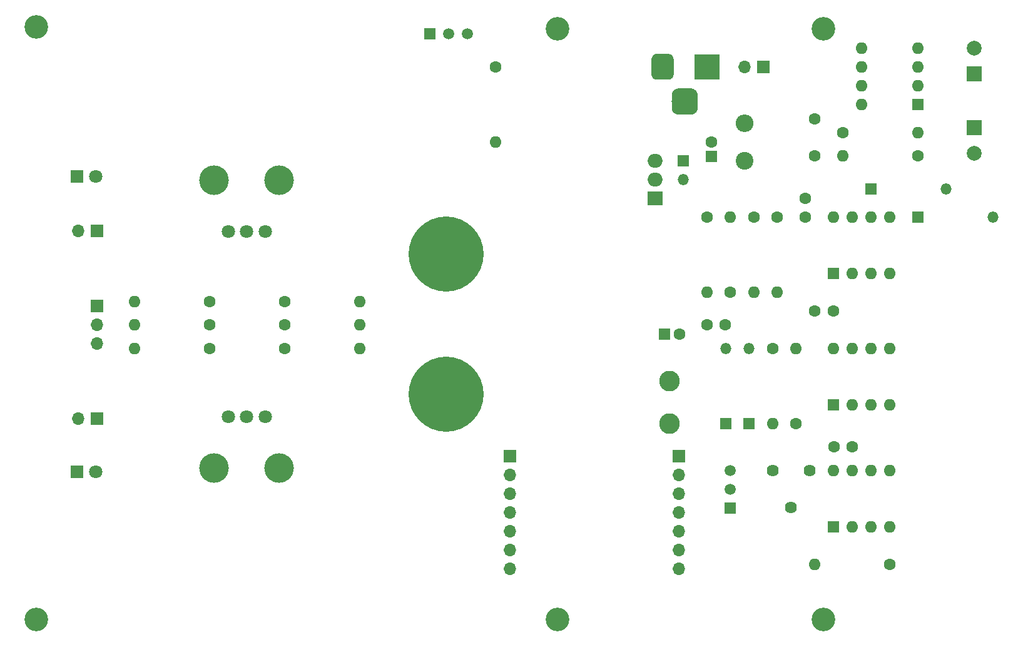
<source format=gbr>
G04 #@! TF.GenerationSoftware,KiCad,Pcbnew,(5.0.0)*
G04 #@! TF.CreationDate,2019-09-26T21:17:23+02:00*
G04 #@! TF.ProjectId,LM317 PSU,4C4D333137205053552E6B696361645F,rev?*
G04 #@! TF.SameCoordinates,Original*
G04 #@! TF.FileFunction,Soldermask,Top*
G04 #@! TF.FilePolarity,Negative*
%FSLAX46Y46*%
G04 Gerber Fmt 4.6, Leading zero omitted, Abs format (unit mm)*
G04 Created by KiCad (PCBNEW (5.0.0)) date 09/26/19 21:17:23*
%MOMM*%
%LPD*%
G01*
G04 APERTURE LIST*
%ADD10C,10.160000*%
%ADD11C,2.800000*%
%ADD12C,3.200000*%
%ADD13O,1.500000X1.500000*%
%ADD14R,1.500000X1.500000*%
%ADD15O,1.600000X1.600000*%
%ADD16R,1.600000X1.600000*%
%ADD17O,1.700000X1.700000*%
%ADD18R,1.700000X1.700000*%
%ADD19C,1.600000*%
%ADD20C,2.000000*%
%ADD21R,2.000000X2.000000*%
%ADD22C,1.500000*%
%ADD23C,1.800000*%
%ADD24R,1.800000X1.800000*%
%ADD25R,3.500000X3.500000*%
%ADD26C,0.100000*%
%ADD27C,3.000000*%
%ADD28C,3.500000*%
%ADD29C,2.400000*%
%ADD30O,2.400000X2.400000*%
%ADD31C,4.000000*%
%ADD32C,1.620000*%
%ADD33R,2.000000X1.905000*%
%ADD34O,2.000000X1.905000*%
G04 APERTURE END LIST*
D10*
G04 #@! TO.C,J2*
X120000000Y-55500000D03*
G04 #@! TD*
G04 #@! TO.C,J1*
X120000000Y-74500000D03*
G04 #@! TD*
D11*
G04 #@! TO.C,J7*
X150175000Y-78420000D03*
G04 #@! TD*
D12*
G04 #@! TO.C,MH5*
X171000000Y-25000000D03*
G04 #@! TD*
G04 #@! TO.C,MH1*
X171000000Y-105000000D03*
G04 #@! TD*
D13*
G04 #@! TO.C,D7*
X152080000Y-45400000D03*
D14*
X152080000Y-42860000D03*
G04 #@! TD*
D11*
G04 #@! TO.C,OUT +*
X150175000Y-72705000D03*
G04 #@! TD*
D15*
G04 #@! TO.C,U5*
X172400000Y-68260000D03*
X180020000Y-75880000D03*
X174940000Y-68260000D03*
X177480000Y-75880000D03*
X177480000Y-68260000D03*
X174940000Y-75880000D03*
X180020000Y-68260000D03*
D16*
X172400000Y-75880000D03*
G04 #@! TD*
D17*
G04 #@! TO.C,J5*
X151445000Y-98105000D03*
X151445000Y-95565000D03*
X151445000Y-93025000D03*
X151445000Y-90485000D03*
X151445000Y-87945000D03*
X151445000Y-85405000D03*
D18*
X151445000Y-82865000D03*
G04 #@! TD*
D17*
G04 #@! TO.C,J4*
X128585000Y-98105000D03*
X128585000Y-95565000D03*
X128585000Y-93025000D03*
X128585000Y-90485000D03*
X128585000Y-87945000D03*
X128585000Y-85405000D03*
D18*
X128585000Y-82865000D03*
G04 #@! TD*
D12*
G04 #@! TO.C,MH3*
X135000000Y-105000000D03*
G04 #@! TD*
D19*
G04 #@! TO.C,C1*
X169860000Y-42225000D03*
X169860000Y-37225000D03*
G04 #@! TD*
D20*
G04 #@! TO.C,C2*
X191450000Y-27620000D03*
D21*
X191450000Y-31120000D03*
G04 #@! TD*
G04 #@! TO.C,C3*
X191450000Y-38415000D03*
D20*
X191450000Y-41915000D03*
G04 #@! TD*
D19*
G04 #@! TO.C,C4*
X168590000Y-47980000D03*
X168590000Y-50480000D03*
G04 #@! TD*
D16*
G04 #@! TO.C,C5*
X155890000Y-42320000D03*
D19*
X155890000Y-40320000D03*
G04 #@! TD*
G04 #@! TO.C,C6*
X155255000Y-65085000D03*
X157755000Y-65085000D03*
G04 #@! TD*
G04 #@! TO.C,C7*
X151540000Y-66355000D03*
D16*
X149540000Y-66355000D03*
G04 #@! TD*
D19*
G04 #@! TO.C,C8*
X174940000Y-81595000D03*
X172440000Y-81595000D03*
G04 #@! TD*
G04 #@! TO.C,C9*
X172360000Y-63180000D03*
X169860000Y-63180000D03*
G04 #@! TD*
D22*
G04 #@! TO.C,D1*
X120330000Y-25715000D03*
X122870000Y-25715000D03*
D14*
X117790000Y-25715000D03*
G04 #@! TD*
G04 #@! TO.C,D2*
X183830000Y-50480000D03*
D13*
X193990000Y-50480000D03*
G04 #@! TD*
G04 #@! TO.C,D3*
X187640000Y-46670000D03*
D14*
X177480000Y-46670000D03*
G04 #@! TD*
D23*
G04 #@! TO.C,D4*
X72540000Y-85000000D03*
D24*
X70000000Y-85000000D03*
G04 #@! TD*
G04 #@! TO.C,D5*
X70000000Y-45000000D03*
D23*
X72540000Y-45000000D03*
G04 #@! TD*
D14*
G04 #@! TO.C,D6*
X160970000Y-78420000D03*
D13*
X160970000Y-68260000D03*
G04 #@! TD*
D14*
G04 #@! TO.C,D8*
X157795000Y-78420000D03*
D13*
X157795000Y-68260000D03*
G04 #@! TD*
D18*
G04 #@! TO.C,F1*
X162875000Y-30160000D03*
D17*
X160335000Y-30160000D03*
G04 #@! TD*
D25*
G04 #@! TO.C,J3*
X155255000Y-30160000D03*
D26*
G36*
X150078513Y-28413611D02*
X150151318Y-28424411D01*
X150222714Y-28442295D01*
X150292013Y-28467090D01*
X150358548Y-28498559D01*
X150421678Y-28536398D01*
X150480795Y-28580242D01*
X150535330Y-28629670D01*
X150584758Y-28684205D01*
X150628602Y-28743322D01*
X150666441Y-28806452D01*
X150697910Y-28872987D01*
X150722705Y-28942286D01*
X150740589Y-29013682D01*
X150751389Y-29086487D01*
X150755000Y-29160000D01*
X150755000Y-31160000D01*
X150751389Y-31233513D01*
X150740589Y-31306318D01*
X150722705Y-31377714D01*
X150697910Y-31447013D01*
X150666441Y-31513548D01*
X150628602Y-31576678D01*
X150584758Y-31635795D01*
X150535330Y-31690330D01*
X150480795Y-31739758D01*
X150421678Y-31783602D01*
X150358548Y-31821441D01*
X150292013Y-31852910D01*
X150222714Y-31877705D01*
X150151318Y-31895589D01*
X150078513Y-31906389D01*
X150005000Y-31910000D01*
X148505000Y-31910000D01*
X148431487Y-31906389D01*
X148358682Y-31895589D01*
X148287286Y-31877705D01*
X148217987Y-31852910D01*
X148151452Y-31821441D01*
X148088322Y-31783602D01*
X148029205Y-31739758D01*
X147974670Y-31690330D01*
X147925242Y-31635795D01*
X147881398Y-31576678D01*
X147843559Y-31513548D01*
X147812090Y-31447013D01*
X147787295Y-31377714D01*
X147769411Y-31306318D01*
X147758611Y-31233513D01*
X147755000Y-31160000D01*
X147755000Y-29160000D01*
X147758611Y-29086487D01*
X147769411Y-29013682D01*
X147787295Y-28942286D01*
X147812090Y-28872987D01*
X147843559Y-28806452D01*
X147881398Y-28743322D01*
X147925242Y-28684205D01*
X147974670Y-28629670D01*
X148029205Y-28580242D01*
X148088322Y-28536398D01*
X148151452Y-28498559D01*
X148217987Y-28467090D01*
X148287286Y-28442295D01*
X148358682Y-28424411D01*
X148431487Y-28413611D01*
X148505000Y-28410000D01*
X150005000Y-28410000D01*
X150078513Y-28413611D01*
X150078513Y-28413611D01*
G37*
D27*
X149255000Y-30160000D03*
D26*
G36*
X153215765Y-33114213D02*
X153300704Y-33126813D01*
X153383999Y-33147677D01*
X153464848Y-33176605D01*
X153542472Y-33213319D01*
X153616124Y-33257464D01*
X153685094Y-33308616D01*
X153748718Y-33366282D01*
X153806384Y-33429906D01*
X153857536Y-33498876D01*
X153901681Y-33572528D01*
X153938395Y-33650152D01*
X153967323Y-33731001D01*
X153988187Y-33814296D01*
X154000787Y-33899235D01*
X154005000Y-33985000D01*
X154005000Y-35735000D01*
X154000787Y-35820765D01*
X153988187Y-35905704D01*
X153967323Y-35988999D01*
X153938395Y-36069848D01*
X153901681Y-36147472D01*
X153857536Y-36221124D01*
X153806384Y-36290094D01*
X153748718Y-36353718D01*
X153685094Y-36411384D01*
X153616124Y-36462536D01*
X153542472Y-36506681D01*
X153464848Y-36543395D01*
X153383999Y-36572323D01*
X153300704Y-36593187D01*
X153215765Y-36605787D01*
X153130000Y-36610000D01*
X151380000Y-36610000D01*
X151294235Y-36605787D01*
X151209296Y-36593187D01*
X151126001Y-36572323D01*
X151045152Y-36543395D01*
X150967528Y-36506681D01*
X150893876Y-36462536D01*
X150824906Y-36411384D01*
X150761282Y-36353718D01*
X150703616Y-36290094D01*
X150652464Y-36221124D01*
X150608319Y-36147472D01*
X150571605Y-36069848D01*
X150542677Y-35988999D01*
X150521813Y-35905704D01*
X150509213Y-35820765D01*
X150505000Y-35735000D01*
X150505000Y-33985000D01*
X150509213Y-33899235D01*
X150521813Y-33814296D01*
X150542677Y-33731001D01*
X150571605Y-33650152D01*
X150608319Y-33572528D01*
X150652464Y-33498876D01*
X150703616Y-33429906D01*
X150761282Y-33366282D01*
X150824906Y-33308616D01*
X150893876Y-33257464D01*
X150967528Y-33213319D01*
X151045152Y-33176605D01*
X151126001Y-33147677D01*
X151209296Y-33126813D01*
X151294235Y-33114213D01*
X151380000Y-33110000D01*
X153130000Y-33110000D01*
X153215765Y-33114213D01*
X153215765Y-33114213D01*
G37*
D28*
X152255000Y-34860000D03*
G04 #@! TD*
D17*
G04 #@! TO.C,MES1*
X70165000Y-52385000D03*
D18*
X72705000Y-52385000D03*
G04 #@! TD*
G04 #@! TO.C,MES2*
X72705000Y-77785000D03*
D17*
X70165000Y-77785000D03*
G04 #@! TD*
D12*
G04 #@! TO.C,MH2*
X64500000Y-105000000D03*
G04 #@! TD*
G04 #@! TO.C,MH4*
X135000000Y-25000000D03*
G04 #@! TD*
G04 #@! TO.C,MH8*
X64500000Y-24800000D03*
G04 #@! TD*
D14*
G04 #@! TO.C,Q1*
X158430000Y-89850000D03*
D22*
X158430000Y-84770000D03*
X158430000Y-87310000D03*
G04 #@! TD*
D15*
G04 #@! TO.C,R1*
X126680000Y-40320000D03*
D19*
X126680000Y-30160000D03*
G04 #@! TD*
D15*
G04 #@! TO.C,R2*
X164780000Y-60640000D03*
D19*
X164780000Y-50480000D03*
G04 #@! TD*
G04 #@! TO.C,R3*
X173670000Y-39050000D03*
D15*
X183830000Y-39050000D03*
G04 #@! TD*
G04 #@! TO.C,R4*
X173670000Y-42225000D03*
D19*
X183830000Y-42225000D03*
G04 #@! TD*
D29*
G04 #@! TO.C,R5*
X160335000Y-42860000D03*
D30*
X160335000Y-37780000D03*
G04 #@! TD*
D19*
G04 #@! TO.C,R6*
X161605000Y-50480000D03*
D15*
X161605000Y-60640000D03*
G04 #@! TD*
G04 #@! TO.C,R7*
X155255000Y-60640000D03*
D19*
X155255000Y-50480000D03*
G04 #@! TD*
G04 #@! TO.C,R8*
X158430000Y-60640000D03*
D15*
X158430000Y-50480000D03*
G04 #@! TD*
D19*
G04 #@! TO.C,R9*
X98105000Y-61910000D03*
D15*
X108265000Y-61910000D03*
G04 #@! TD*
G04 #@! TO.C,R10*
X108265000Y-65085000D03*
D19*
X98105000Y-65085000D03*
G04 #@! TD*
G04 #@! TO.C,R11*
X98105000Y-68260000D03*
D15*
X108265000Y-68260000D03*
G04 #@! TD*
G04 #@! TO.C,R12*
X77785000Y-61910000D03*
D19*
X87945000Y-61910000D03*
G04 #@! TD*
G04 #@! TO.C,R13*
X87945000Y-65085000D03*
D15*
X77785000Y-65085000D03*
G04 #@! TD*
D19*
G04 #@! TO.C,R14*
X87945000Y-68260000D03*
D15*
X77785000Y-68260000D03*
G04 #@! TD*
D19*
G04 #@! TO.C,R15*
X164145000Y-68260000D03*
D15*
X164145000Y-78420000D03*
G04 #@! TD*
G04 #@! TO.C,R16*
X167320000Y-68260000D03*
D19*
X167320000Y-78420000D03*
G04 #@! TD*
D15*
G04 #@! TO.C,R17*
X169860000Y-97470000D03*
D19*
X180020000Y-97470000D03*
G04 #@! TD*
D31*
G04 #@! TO.C,RV1*
X97400000Y-45500000D03*
X88600000Y-45500000D03*
D23*
X95500000Y-52500000D03*
X93000000Y-52500000D03*
X90500000Y-52500000D03*
G04 #@! TD*
G04 #@! TO.C,RV2*
X95500000Y-77500000D03*
X93000000Y-77500000D03*
X90500000Y-77500000D03*
D31*
X97400000Y-84500000D03*
X88600000Y-84500000D03*
G04 #@! TD*
D32*
G04 #@! TO.C,RV3*
X169145000Y-84770000D03*
X166645000Y-89770000D03*
X164145000Y-84770000D03*
G04 #@! TD*
D18*
G04 #@! TO.C,SW1*
X72705000Y-62545000D03*
D17*
X72705000Y-65085000D03*
X72705000Y-67625000D03*
G04 #@! TD*
D15*
G04 #@! TO.C,U1*
X176210000Y-35240000D03*
X183830000Y-27620000D03*
X176210000Y-32700000D03*
X183830000Y-30160000D03*
X176210000Y-30160000D03*
X183830000Y-32700000D03*
X176210000Y-27620000D03*
D16*
X183830000Y-35240000D03*
G04 #@! TD*
D15*
G04 #@! TO.C,U2*
X172400000Y-50480000D03*
X180020000Y-58100000D03*
X174940000Y-50480000D03*
X177480000Y-58100000D03*
X177480000Y-50480000D03*
X174940000Y-58100000D03*
X180020000Y-50480000D03*
D16*
X172400000Y-58100000D03*
G04 #@! TD*
G04 #@! TO.C,U3*
X172400000Y-92390000D03*
D15*
X180020000Y-84770000D03*
X174940000Y-92390000D03*
X177480000Y-84770000D03*
X177480000Y-92390000D03*
X174940000Y-84770000D03*
X180020000Y-92390000D03*
X172400000Y-84770000D03*
G04 #@! TD*
D33*
G04 #@! TO.C,U4*
X148270000Y-47940000D03*
D34*
X148270000Y-45400000D03*
X148270000Y-42860000D03*
G04 #@! TD*
M02*

</source>
